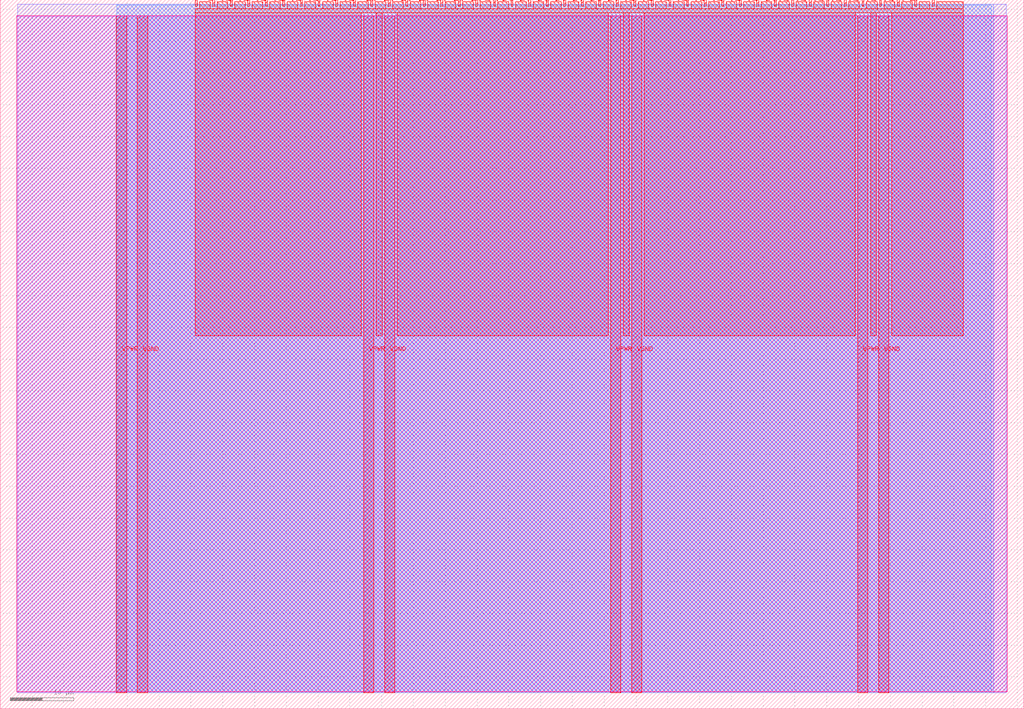
<source format=lef>
VERSION 5.7 ;
  NOWIREEXTENSIONATPIN ON ;
  DIVIDERCHAR "/" ;
  BUSBITCHARS "[]" ;
MACRO tt_um_tiny_4bit_alu
  CLASS BLOCK ;
  FOREIGN tt_um_tiny_4bit_alu ;
  ORIGIN 0.000 0.000 ;
  SIZE 161.000 BY 111.520 ;
  PIN VGND
    DIRECTION INOUT ;
    USE GROUND ;
    PORT
      LAYER met4 ;
        RECT 21.580 2.480 23.180 109.040 ;
    END
    PORT
      LAYER met4 ;
        RECT 60.450 2.480 62.050 109.040 ;
    END
    PORT
      LAYER met4 ;
        RECT 99.320 2.480 100.920 109.040 ;
    END
    PORT
      LAYER met4 ;
        RECT 138.190 2.480 139.790 109.040 ;
    END
  END VGND
  PIN VPWR
    DIRECTION INOUT ;
    USE POWER ;
    PORT
      LAYER met4 ;
        RECT 18.280 2.480 19.880 109.040 ;
    END
    PORT
      LAYER met4 ;
        RECT 57.150 2.480 58.750 109.040 ;
    END
    PORT
      LAYER met4 ;
        RECT 96.020 2.480 97.620 109.040 ;
    END
    PORT
      LAYER met4 ;
        RECT 134.890 2.480 136.490 109.040 ;
    END
  END VPWR
  PIN clk
    DIRECTION INPUT ;
    USE SIGNAL ;
    ANTENNAGATEAREA 0.196500 ;
    PORT
      LAYER met4 ;
        RECT 143.830 110.520 144.130 111.520 ;
    END
  END clk
  PIN ena
    DIRECTION INPUT ;
    USE SIGNAL ;
    ANTENNAGATEAREA 0.126000 ;
    PORT
      LAYER met4 ;
        RECT 146.590 110.520 146.890 111.520 ;
    END
  END ena
  PIN rst_n
    DIRECTION INPUT ;
    USE SIGNAL ;
    ANTENNAGATEAREA 0.196500 ;
    PORT
      LAYER met4 ;
        RECT 141.070 110.520 141.370 111.520 ;
    END
  END rst_n
  PIN ui_in[0]
    DIRECTION INPUT ;
    USE SIGNAL ;
    ANTENNAGATEAREA 0.196500 ;
    PORT
      LAYER met4 ;
        RECT 138.310 110.520 138.610 111.520 ;
    END
  END ui_in[0]
  PIN ui_in[1]
    DIRECTION INPUT ;
    USE SIGNAL ;
    ANTENNAGATEAREA 0.196500 ;
    PORT
      LAYER met4 ;
        RECT 135.550 110.520 135.850 111.520 ;
    END
  END ui_in[1]
  PIN ui_in[2]
    DIRECTION INPUT ;
    USE SIGNAL ;
    ANTENNAGATEAREA 0.196500 ;
    PORT
      LAYER met4 ;
        RECT 132.790 110.520 133.090 111.520 ;
    END
  END ui_in[2]
  PIN ui_in[3]
    DIRECTION INPUT ;
    USE SIGNAL ;
    ANTENNAGATEAREA 0.196500 ;
    PORT
      LAYER met4 ;
        RECT 130.030 110.520 130.330 111.520 ;
    END
  END ui_in[3]
  PIN ui_in[4]
    DIRECTION INPUT ;
    USE SIGNAL ;
    ANTENNAGATEAREA 0.196500 ;
    PORT
      LAYER met4 ;
        RECT 127.270 110.520 127.570 111.520 ;
    END
  END ui_in[4]
  PIN ui_in[5]
    DIRECTION INPUT ;
    USE SIGNAL ;
    ANTENNAGATEAREA 0.196500 ;
    PORT
      LAYER met4 ;
        RECT 124.510 110.520 124.810 111.520 ;
    END
  END ui_in[5]
  PIN ui_in[6]
    DIRECTION INPUT ;
    USE SIGNAL ;
    ANTENNAGATEAREA 0.196500 ;
    PORT
      LAYER met4 ;
        RECT 121.750 110.520 122.050 111.520 ;
    END
  END ui_in[6]
  PIN ui_in[7]
    DIRECTION INPUT ;
    USE SIGNAL ;
    ANTENNAGATEAREA 0.196500 ;
    PORT
      LAYER met4 ;
        RECT 118.990 110.520 119.290 111.520 ;
    END
  END ui_in[7]
  PIN uio_in[0]
    DIRECTION INPUT ;
    USE SIGNAL ;
    ANTENNAGATEAREA 0.196500 ;
    PORT
      LAYER met4 ;
        RECT 116.230 110.520 116.530 111.520 ;
    END
  END uio_in[0]
  PIN uio_in[1]
    DIRECTION INPUT ;
    USE SIGNAL ;
    ANTENNAGATEAREA 0.196500 ;
    PORT
      LAYER met4 ;
        RECT 113.470 110.520 113.770 111.520 ;
    END
  END uio_in[1]
  PIN uio_in[2]
    DIRECTION INPUT ;
    USE SIGNAL ;
    ANTENNAGATEAREA 0.213000 ;
    PORT
      LAYER met4 ;
        RECT 110.710 110.520 111.010 111.520 ;
    END
  END uio_in[2]
  PIN uio_in[3]
    DIRECTION INPUT ;
    USE SIGNAL ;
    ANTENNAGATEAREA 0.196500 ;
    PORT
      LAYER met4 ;
        RECT 107.950 110.520 108.250 111.520 ;
    END
  END uio_in[3]
  PIN uio_in[4]
    DIRECTION INPUT ;
    USE SIGNAL ;
    PORT
      LAYER met4 ;
        RECT 105.190 110.520 105.490 111.520 ;
    END
  END uio_in[4]
  PIN uio_in[5]
    DIRECTION INPUT ;
    USE SIGNAL ;
    PORT
      LAYER met4 ;
        RECT 102.430 110.520 102.730 111.520 ;
    END
  END uio_in[5]
  PIN uio_in[6]
    DIRECTION INPUT ;
    USE SIGNAL ;
    PORT
      LAYER met4 ;
        RECT 99.670 110.520 99.970 111.520 ;
    END
  END uio_in[6]
  PIN uio_in[7]
    DIRECTION INPUT ;
    USE SIGNAL ;
    PORT
      LAYER met4 ;
        RECT 96.910 110.520 97.210 111.520 ;
    END
  END uio_in[7]
  PIN uio_oe[0]
    DIRECTION OUTPUT ;
    USE SIGNAL ;
    PORT
      LAYER met4 ;
        RECT 49.990 110.520 50.290 111.520 ;
    END
  END uio_oe[0]
  PIN uio_oe[1]
    DIRECTION OUTPUT ;
    USE SIGNAL ;
    PORT
      LAYER met4 ;
        RECT 47.230 110.520 47.530 111.520 ;
    END
  END uio_oe[1]
  PIN uio_oe[2]
    DIRECTION OUTPUT ;
    USE SIGNAL ;
    PORT
      LAYER met4 ;
        RECT 44.470 110.520 44.770 111.520 ;
    END
  END uio_oe[2]
  PIN uio_oe[3]
    DIRECTION OUTPUT ;
    USE SIGNAL ;
    PORT
      LAYER met4 ;
        RECT 41.710 110.520 42.010 111.520 ;
    END
  END uio_oe[3]
  PIN uio_oe[4]
    DIRECTION OUTPUT ;
    USE SIGNAL ;
    PORT
      LAYER met4 ;
        RECT 38.950 110.520 39.250 111.520 ;
    END
  END uio_oe[4]
  PIN uio_oe[5]
    DIRECTION OUTPUT ;
    USE SIGNAL ;
    PORT
      LAYER met4 ;
        RECT 36.190 110.520 36.490 111.520 ;
    END
  END uio_oe[5]
  PIN uio_oe[6]
    DIRECTION OUTPUT ;
    USE SIGNAL ;
    PORT
      LAYER met4 ;
        RECT 33.430 110.520 33.730 111.520 ;
    END
  END uio_oe[6]
  PIN uio_oe[7]
    DIRECTION OUTPUT ;
    USE SIGNAL ;
    PORT
      LAYER met4 ;
        RECT 30.670 110.520 30.970 111.520 ;
    END
  END uio_oe[7]
  PIN uio_out[0]
    DIRECTION OUTPUT ;
    USE SIGNAL ;
    PORT
      LAYER met4 ;
        RECT 72.070 110.520 72.370 111.520 ;
    END
  END uio_out[0]
  PIN uio_out[1]
    DIRECTION OUTPUT ;
    USE SIGNAL ;
    PORT
      LAYER met4 ;
        RECT 69.310 110.520 69.610 111.520 ;
    END
  END uio_out[1]
  PIN uio_out[2]
    DIRECTION OUTPUT ;
    USE SIGNAL ;
    PORT
      LAYER met4 ;
        RECT 66.550 110.520 66.850 111.520 ;
    END
  END uio_out[2]
  PIN uio_out[3]
    DIRECTION OUTPUT ;
    USE SIGNAL ;
    PORT
      LAYER met4 ;
        RECT 63.790 110.520 64.090 111.520 ;
    END
  END uio_out[3]
  PIN uio_out[4]
    DIRECTION OUTPUT ;
    USE SIGNAL ;
    PORT
      LAYER met4 ;
        RECT 61.030 110.520 61.330 111.520 ;
    END
  END uio_out[4]
  PIN uio_out[5]
    DIRECTION OUTPUT ;
    USE SIGNAL ;
    PORT
      LAYER met4 ;
        RECT 58.270 110.520 58.570 111.520 ;
    END
  END uio_out[5]
  PIN uio_out[6]
    DIRECTION OUTPUT ;
    USE SIGNAL ;
    PORT
      LAYER met4 ;
        RECT 55.510 110.520 55.810 111.520 ;
    END
  END uio_out[6]
  PIN uio_out[7]
    DIRECTION OUTPUT ;
    USE SIGNAL ;
    PORT
      LAYER met4 ;
        RECT 52.750 110.520 53.050 111.520 ;
    END
  END uio_out[7]
  PIN uo_out[0]
    DIRECTION OUTPUT ;
    USE SIGNAL ;
    ANTENNADIFFAREA 0.891000 ;
    PORT
      LAYER met4 ;
        RECT 94.150 110.520 94.450 111.520 ;
    END
  END uo_out[0]
  PIN uo_out[1]
    DIRECTION OUTPUT ;
    USE SIGNAL ;
    ANTENNADIFFAREA 0.891000 ;
    PORT
      LAYER met4 ;
        RECT 91.390 110.520 91.690 111.520 ;
    END
  END uo_out[1]
  PIN uo_out[2]
    DIRECTION OUTPUT ;
    USE SIGNAL ;
    ANTENNADIFFAREA 0.891000 ;
    PORT
      LAYER met4 ;
        RECT 88.630 110.520 88.930 111.520 ;
    END
  END uo_out[2]
  PIN uo_out[3]
    DIRECTION OUTPUT ;
    USE SIGNAL ;
    ANTENNADIFFAREA 0.445500 ;
    PORT
      LAYER met4 ;
        RECT 85.870 110.520 86.170 111.520 ;
    END
  END uo_out[3]
  PIN uo_out[4]
    DIRECTION OUTPUT ;
    USE SIGNAL ;
    ANTENNADIFFAREA 0.891000 ;
    PORT
      LAYER met4 ;
        RECT 83.110 110.520 83.410 111.520 ;
    END
  END uo_out[4]
  PIN uo_out[5]
    DIRECTION OUTPUT ;
    USE SIGNAL ;
    ANTENNADIFFAREA 0.891000 ;
    PORT
      LAYER met4 ;
        RECT 80.350 110.520 80.650 111.520 ;
    END
  END uo_out[5]
  PIN uo_out[6]
    DIRECTION OUTPUT ;
    USE SIGNAL ;
    ANTENNAGATEAREA 0.159000 ;
    ANTENNADIFFAREA 0.891000 ;
    PORT
      LAYER met4 ;
        RECT 77.590 110.520 77.890 111.520 ;
    END
  END uo_out[6]
  PIN uo_out[7]
    DIRECTION OUTPUT ;
    USE SIGNAL ;
    ANTENNADIFFAREA 0.891000 ;
    PORT
      LAYER met4 ;
        RECT 74.830 110.520 75.130 111.520 ;
    END
  END uo_out[7]
  OBS
      LAYER nwell ;
        RECT 2.570 2.635 158.430 108.990 ;
      LAYER li1 ;
        RECT 2.760 2.635 158.240 108.885 ;
      LAYER met1 ;
        RECT 2.760 2.480 158.240 110.800 ;
      LAYER met2 ;
        RECT 18.310 2.535 156.300 110.830 ;
      LAYER met3 ;
        RECT 18.290 2.555 155.875 110.665 ;
      LAYER met4 ;
        RECT 31.370 110.120 33.030 111.170 ;
        RECT 34.130 110.120 35.790 111.170 ;
        RECT 36.890 110.120 38.550 111.170 ;
        RECT 39.650 110.120 41.310 111.170 ;
        RECT 42.410 110.120 44.070 111.170 ;
        RECT 45.170 110.120 46.830 111.170 ;
        RECT 47.930 110.120 49.590 111.170 ;
        RECT 50.690 110.120 52.350 111.170 ;
        RECT 53.450 110.120 55.110 111.170 ;
        RECT 56.210 110.120 57.870 111.170 ;
        RECT 58.970 110.120 60.630 111.170 ;
        RECT 61.730 110.120 63.390 111.170 ;
        RECT 64.490 110.120 66.150 111.170 ;
        RECT 67.250 110.120 68.910 111.170 ;
        RECT 70.010 110.120 71.670 111.170 ;
        RECT 72.770 110.120 74.430 111.170 ;
        RECT 75.530 110.120 77.190 111.170 ;
        RECT 78.290 110.120 79.950 111.170 ;
        RECT 81.050 110.120 82.710 111.170 ;
        RECT 83.810 110.120 85.470 111.170 ;
        RECT 86.570 110.120 88.230 111.170 ;
        RECT 89.330 110.120 90.990 111.170 ;
        RECT 92.090 110.120 93.750 111.170 ;
        RECT 94.850 110.120 96.510 111.170 ;
        RECT 97.610 110.120 99.270 111.170 ;
        RECT 100.370 110.120 102.030 111.170 ;
        RECT 103.130 110.120 104.790 111.170 ;
        RECT 105.890 110.120 107.550 111.170 ;
        RECT 108.650 110.120 110.310 111.170 ;
        RECT 111.410 110.120 113.070 111.170 ;
        RECT 114.170 110.120 115.830 111.170 ;
        RECT 116.930 110.120 118.590 111.170 ;
        RECT 119.690 110.120 121.350 111.170 ;
        RECT 122.450 110.120 124.110 111.170 ;
        RECT 125.210 110.120 126.870 111.170 ;
        RECT 127.970 110.120 129.630 111.170 ;
        RECT 130.730 110.120 132.390 111.170 ;
        RECT 133.490 110.120 135.150 111.170 ;
        RECT 136.250 110.120 137.910 111.170 ;
        RECT 139.010 110.120 140.670 111.170 ;
        RECT 141.770 110.120 143.430 111.170 ;
        RECT 144.530 110.120 146.190 111.170 ;
        RECT 147.290 110.120 151.505 111.170 ;
        RECT 30.655 109.440 151.505 110.120 ;
        RECT 30.655 58.655 56.750 109.440 ;
        RECT 59.150 58.655 60.050 109.440 ;
        RECT 62.450 58.655 95.620 109.440 ;
        RECT 98.020 58.655 98.920 109.440 ;
        RECT 101.320 58.655 134.490 109.440 ;
        RECT 136.890 58.655 137.790 109.440 ;
        RECT 140.190 58.655 151.505 109.440 ;
  END
END tt_um_tiny_4bit_alu
END LIBRARY


</source>
